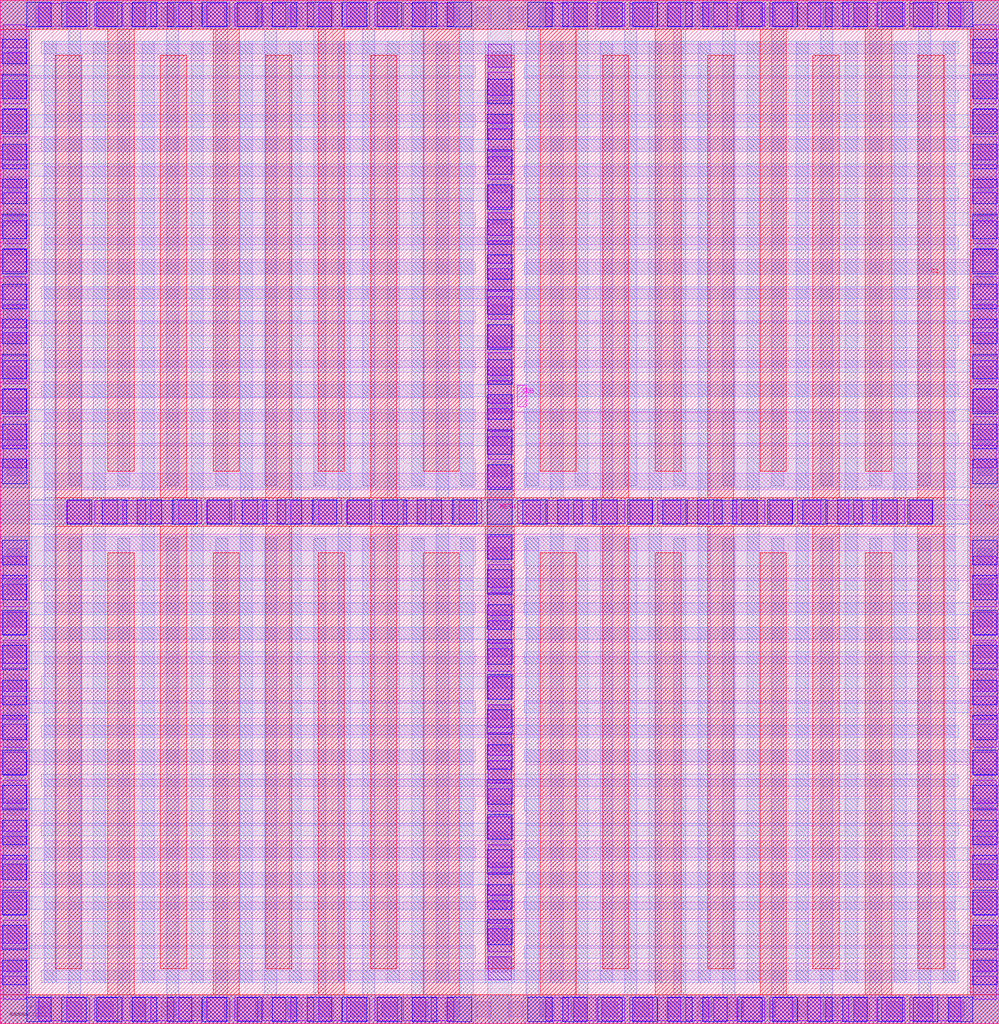
<source format=lef>
# Copyright 2020 The SkyWater PDK Authors
#
# Licensed under the Apache License, Version 2.0 (the "License");
# you may not use this file except in compliance with the License.
# You may obtain a copy of the License at
#
#     https://www.apache.org/licenses/LICENSE-2.0
#
# Unless required by applicable law or agreed to in writing, software
# distributed under the License is distributed on an "AS IS" BASIS,
# WITHOUT WARRANTIES OR CONDITIONS OF ANY KIND, either express or implied.
# See the License for the specific language governing permissions and
# limitations under the License.
#
# SPDX-License-Identifier: Apache-2.0

VERSION 5.7 ;
  NOWIREEXTENSIONATPIN ON ;
  DIVIDERCHAR "/" ;
  BUSBITCHARS "[]" ;
MACRO sky130_fd_pr__cap_vpp_11p5x11p7_l1m1m2m3_shieldm4
  CLASS BLOCK ;
  FOREIGN sky130_fd_pr__cap_vpp_11p5x11p7_l1m1m2m3_shieldm4 ;
  ORIGIN  0.000000  0.000000 ;
  SIZE  11.41000 BY  11.69000 ;
  PIN C0
    PORT
      LAYER met3 ;
        RECT  0.000000  0.000000 11.410000  0.330000 ;
        RECT  0.000000  0.330000  0.330000 11.360000 ;
        RECT  0.000000 11.360000 11.410000 11.690000 ;
        RECT  1.230000  0.330000  1.530000  5.380000 ;
        RECT  1.230000  6.310000  1.530000 11.360000 ;
        RECT  2.430000  0.330000  2.730000  5.380000 ;
        RECT  2.430000  6.310000  2.730000 11.360000 ;
        RECT  3.630000  0.330000  3.930000  5.380000 ;
        RECT  3.630000  6.310000  3.930000 11.360000 ;
        RECT  4.830000  0.330000  5.240000  5.380000 ;
        RECT  4.830000  6.310000  5.240000 11.360000 ;
        RECT  6.170000  0.330000  6.580000  5.380000 ;
        RECT  6.170000  6.310000  6.580000 11.360000 ;
        RECT  7.480000  0.330000  7.780000  5.380000 ;
        RECT  7.480000  6.310000  7.780000 11.360000 ;
        RECT  8.680000  0.330000  8.980000  5.380000 ;
        RECT  8.680000  6.310000  8.980000 11.360000 ;
        RECT  9.880000  0.330000 10.180000  5.380000 ;
        RECT  9.880000  6.310000 10.180000 11.360000 ;
        RECT 11.080000  0.330000 11.410000 11.360000 ;
    END
  END C0
  PIN C1
    PORT
      LAYER met3 ;
        RECT  0.630000 0.630000  0.930000  5.680000 ;
        RECT  0.630000 5.680000 10.780000  6.010000 ;
        RECT  0.630000 6.010000  0.930000 11.060000 ;
        RECT  1.830000 0.630000  2.130000  5.680000 ;
        RECT  1.830000 6.010000  2.130000 11.060000 ;
        RECT  3.030000 0.630000  3.330000  5.680000 ;
        RECT  3.030000 6.010000  3.330000 11.060000 ;
        RECT  4.230000 0.630000  4.530000  5.680000 ;
        RECT  4.230000 6.010000  4.530000 11.060000 ;
        RECT  5.540000 0.630000  5.870000  5.680000 ;
        RECT  5.540000 6.010000  5.870000 11.060000 ;
        RECT  6.880000 0.630000  7.180000  5.680000 ;
        RECT  6.880000 6.010000  7.180000 11.060000 ;
        RECT  8.080000 0.630000  8.380000  5.680000 ;
        RECT  8.080000 6.010000  8.380000 11.060000 ;
        RECT  9.280000 0.630000  9.580000  5.680000 ;
        RECT  9.280000 6.010000  9.580000 11.060000 ;
        RECT 10.480000 0.630000 10.780000  5.680000 ;
        RECT 10.480000 6.010000 10.780000 11.060000 ;
    END
  END C1
  PIN MET4
    PORT
      LAYER met4 ;
        RECT 0.000000 0.000000 11.410000 11.690000 ;
    END
  END MET4
  PIN SUB
    PORT
      LAYER pwell ;
        RECT 5.905000 7.045000 6.010000 7.290000 ;
    END
  END SUB
  OBS
    LAYER li1 ;
      RECT  0.000000  0.000000 11.410000  0.330000 ;
      RECT  0.000000  0.330000  0.330000  0.860000 ;
      RECT  0.000000  0.860000  5.400000  1.030000 ;
      RECT  0.000000  1.030000  0.330000  1.560000 ;
      RECT  0.000000  1.560000  5.400000  1.730000 ;
      RECT  0.000000  1.730000  0.330000  2.260000 ;
      RECT  0.000000  2.260000  5.400000  2.430000 ;
      RECT  0.000000  2.430000  0.330000  2.960000 ;
      RECT  0.000000  2.960000  5.400000  3.130000 ;
      RECT  0.000000  3.130000  0.330000  3.660000 ;
      RECT  0.000000  3.660000  5.400000  3.830000 ;
      RECT  0.000000  3.830000  0.330000  4.360000 ;
      RECT  0.000000  4.360000  5.400000  4.530000 ;
      RECT  0.000000  4.530000  0.330000  5.060000 ;
      RECT  0.000000  5.060000  5.400000  5.230000 ;
      RECT  0.000000  5.230000  0.330000  5.760000 ;
      RECT  0.000000  5.760000  5.400000  5.930000 ;
      RECT  0.000000  5.930000  0.330000  6.460000 ;
      RECT  0.000000  6.460000  5.400000  6.630000 ;
      RECT  0.000000  6.630000  0.330000  7.150000 ;
      RECT  0.000000  7.150000  5.400000  7.330000 ;
      RECT  0.000000  7.330000  0.330000  7.860000 ;
      RECT  0.000000  7.860000  5.400000  8.030000 ;
      RECT  0.000000  8.030000  0.330000  8.560000 ;
      RECT  0.000000  8.560000  5.400000  8.730000 ;
      RECT  0.000000  8.730000  0.330000  9.260000 ;
      RECT  0.000000  9.260000  5.400000  9.430000 ;
      RECT  0.000000  9.430000  0.330000  9.960000 ;
      RECT  0.000000  9.960000  5.400000 10.130000 ;
      RECT  0.000000 10.130000  0.330000 10.660000 ;
      RECT  0.000000 10.660000  5.400000 10.830000 ;
      RECT  0.000000 10.830000  0.330000 11.360000 ;
      RECT  0.000000 11.360000 11.410000 11.690000 ;
      RECT  0.500000  0.500000 10.905000  0.690000 ;
      RECT  0.500000  1.200000 10.905000  1.390000 ;
      RECT  0.500000  1.900000 10.905000  2.090000 ;
      RECT  0.500000  2.600000 10.905000  2.790000 ;
      RECT  0.500000  3.300000 10.905000  3.490000 ;
      RECT  0.500000  4.000000 10.905000  4.190000 ;
      RECT  0.500000  4.700000 10.905000  4.890000 ;
      RECT  0.500000  5.400000 10.905000  5.590000 ;
      RECT  0.500000  6.100000 10.905000  6.290000 ;
      RECT  0.500000  6.800000 10.905000  6.980000 ;
      RECT  0.500000  7.500000 10.905000  7.690000 ;
      RECT  0.500000  8.200000 10.905000  8.390000 ;
      RECT  0.500000  8.900000 10.905000  9.090000 ;
      RECT  0.500000  9.600000 10.905000  9.790000 ;
      RECT  0.500000 10.300000 10.905000 10.490000 ;
      RECT  0.500000 11.000000 10.905000 11.190000 ;
      RECT  5.570000  0.690000  5.840000  1.200000 ;
      RECT  5.570000  1.390000  5.840000  1.900000 ;
      RECT  5.570000  2.090000  5.840000  2.600000 ;
      RECT  5.570000  2.790000  5.840000  3.300000 ;
      RECT  5.570000  3.490000  5.840000  4.000000 ;
      RECT  5.570000  4.190000  5.840000  4.700000 ;
      RECT  5.570000  4.890000  5.840000  5.400000 ;
      RECT  5.570000  5.590000  5.840000  6.100000 ;
      RECT  5.570000  6.290000  5.840000  6.800000 ;
      RECT  5.570000  6.980000 10.905000  6.990000 ;
      RECT  5.570000  6.990000  5.840000  7.500000 ;
      RECT  5.570000  7.690000  5.840000  8.200000 ;
      RECT  5.570000  8.390000  5.840000  8.900000 ;
      RECT  5.570000  9.090000  5.840000  9.600000 ;
      RECT  5.570000  9.790000  5.840000 10.300000 ;
      RECT  5.570000 10.490000  5.840000 11.000000 ;
      RECT  6.010000  0.860000 11.410000  1.030000 ;
      RECT  6.010000  1.560000 11.410000  1.730000 ;
      RECT  6.010000  2.260000 11.410000  2.430000 ;
      RECT  6.010000  2.960000 11.410000  3.130000 ;
      RECT  6.010000  3.660000 11.410000  3.830000 ;
      RECT  6.010000  4.360000 11.410000  4.530000 ;
      RECT  6.010000  5.060000 11.410000  5.230000 ;
      RECT  6.010000  5.760000 11.410000  5.930000 ;
      RECT  6.010000  6.460000 11.410000  6.630000 ;
      RECT  6.010000  7.160000 11.410000  7.330000 ;
      RECT  6.010000  7.860000 11.410000  8.030000 ;
      RECT  6.010000  8.560000 11.410000  8.730000 ;
      RECT  6.010000  9.260000 11.410000  9.430000 ;
      RECT  6.010000  9.960000 11.410000 10.130000 ;
      RECT  6.010000 10.660000 11.410000 10.830000 ;
      RECT 11.080000  0.330000 11.410000  0.860000 ;
      RECT 11.080000  1.030000 11.410000  1.560000 ;
      RECT 11.080000  1.730000 11.410000  2.260000 ;
      RECT 11.080000  2.430000 11.410000  2.960000 ;
      RECT 11.080000  3.130000 11.410000  3.660000 ;
      RECT 11.080000  3.830000 11.410000  4.360000 ;
      RECT 11.080000  4.530000 11.410000  5.060000 ;
      RECT 11.080000  5.230000 11.410000  5.760000 ;
      RECT 11.080000  5.930000 11.410000  6.460000 ;
      RECT 11.080000  6.630000 11.410000  7.160000 ;
      RECT 11.080000  7.330000 11.410000  7.860000 ;
      RECT 11.080000  8.030000 11.410000  8.560000 ;
      RECT 11.080000  8.730000 11.410000  9.260000 ;
      RECT 11.080000  9.430000 11.410000  9.960000 ;
      RECT 11.080000 10.130000 11.410000 10.660000 ;
      RECT 11.080000 10.830000 11.410000 11.360000 ;
    LAYER mcon ;
      RECT  0.080000  0.580000  0.250000  0.750000 ;
      RECT  0.080000  0.940000  0.250000  1.110000 ;
      RECT  0.080000  1.300000  0.250000  1.470000 ;
      RECT  0.080000  1.660000  0.250000  1.830000 ;
      RECT  0.080000  2.020000  0.250000  2.190000 ;
      RECT  0.080000  2.380000  0.250000  2.550000 ;
      RECT  0.080000  2.740000  0.250000  2.910000 ;
      RECT  0.080000  3.100000  0.250000  3.270000 ;
      RECT  0.080000  3.460000  0.250000  3.630000 ;
      RECT  0.080000  3.820000  0.250000  3.990000 ;
      RECT  0.080000  4.180000  0.250000  4.350000 ;
      RECT  0.080000  4.540000  0.250000  4.710000 ;
      RECT  0.080000  4.900000  0.250000  5.070000 ;
      RECT  0.080000  5.260000  0.250000  5.430000 ;
      RECT  0.080000  6.260000  0.250000  6.430000 ;
      RECT  0.080000  6.620000  0.250000  6.790000 ;
      RECT  0.080000  6.980000  0.250000  7.150000 ;
      RECT  0.080000  7.340000  0.250000  7.510000 ;
      RECT  0.080000  7.700000  0.250000  7.870000 ;
      RECT  0.080000  8.060000  0.250000  8.230000 ;
      RECT  0.080000  8.420000  0.250000  8.590000 ;
      RECT  0.080000  8.780000  0.250000  8.950000 ;
      RECT  0.080000  9.140000  0.250000  9.310000 ;
      RECT  0.080000  9.500000  0.250000  9.670000 ;
      RECT  0.080000  9.860000  0.250000 10.030000 ;
      RECT  0.080000 10.220000  0.250000 10.390000 ;
      RECT  0.080000 10.580000  0.250000 10.750000 ;
      RECT  0.080000 10.940000  0.250000 11.110000 ;
      RECT  0.400000  0.080000  0.570000  0.250000 ;
      RECT  0.400000 11.440000  0.570000 11.610000 ;
      RECT  0.760000  0.080000  0.930000  0.250000 ;
      RECT  0.760000 11.440000  0.930000 11.610000 ;
      RECT  1.120000  0.080000  1.290000  0.250000 ;
      RECT  1.120000 11.440000  1.290000 11.610000 ;
      RECT  1.480000  0.080000  1.650000  0.250000 ;
      RECT  1.480000 11.440000  1.650000 11.610000 ;
      RECT  1.840000  0.080000  2.010000  0.250000 ;
      RECT  1.840000 11.440000  2.010000 11.610000 ;
      RECT  2.200000  0.080000  2.370000  0.250000 ;
      RECT  2.200000 11.440000  2.370000 11.610000 ;
      RECT  2.560000  0.080000  2.730000  0.250000 ;
      RECT  2.560000 11.440000  2.730000 11.610000 ;
      RECT  2.920000  0.080000  3.090000  0.250000 ;
      RECT  2.920000 11.440000  3.090000 11.610000 ;
      RECT  3.280000  0.080000  3.450000  0.250000 ;
      RECT  3.280000 11.440000  3.450000 11.610000 ;
      RECT  3.640000  0.080000  3.810000  0.250000 ;
      RECT  3.640000 11.440000  3.810000 11.610000 ;
      RECT  4.000000  0.080000  4.170000  0.250000 ;
      RECT  4.000000 11.440000  4.170000 11.610000 ;
      RECT  4.360000  0.080000  4.530000  0.250000 ;
      RECT  4.360000 11.440000  4.530000 11.610000 ;
      RECT  4.720000  0.080000  4.890000  0.250000 ;
      RECT  4.720000 11.440000  4.890000 11.610000 ;
      RECT  5.080000  0.080000  5.250000  0.250000 ;
      RECT  5.080000 11.440000  5.250000 11.610000 ;
      RECT  5.440000  0.080000  5.610000  0.250000 ;
      RECT  5.440000 11.440000  5.610000 11.610000 ;
      RECT  5.620000  0.590000  5.790000  0.760000 ;
      RECT  5.620000  0.950000  5.790000  1.120000 ;
      RECT  5.620000  1.310000  5.790000  1.480000 ;
      RECT  5.620000  1.670000  5.790000  1.840000 ;
      RECT  5.620000  2.030000  5.790000  2.200000 ;
      RECT  5.620000  2.390000  5.790000  2.560000 ;
      RECT  5.620000  2.750000  5.790000  2.920000 ;
      RECT  5.620000  3.110000  5.790000  3.280000 ;
      RECT  5.620000  3.470000  5.790000  3.640000 ;
      RECT  5.620000  3.830000  5.790000  4.000000 ;
      RECT  5.620000  4.190000  5.790000  4.360000 ;
      RECT  5.620000  4.550000  5.790000  4.720000 ;
      RECT  5.620000  4.910000  5.790000  5.080000 ;
      RECT  5.620000  5.270000  5.790000  5.440000 ;
      RECT  5.620000  6.250000  5.790000  6.420000 ;
      RECT  5.620000  6.610000  5.790000  6.780000 ;
      RECT  5.620000  6.970000  5.790000  7.140000 ;
      RECT  5.620000  7.330000  5.790000  7.500000 ;
      RECT  5.620000  7.690000  5.790000  7.860000 ;
      RECT  5.620000  8.050000  5.790000  8.220000 ;
      RECT  5.620000  8.410000  5.790000  8.580000 ;
      RECT  5.620000  8.770000  5.790000  8.940000 ;
      RECT  5.620000  9.130000  5.790000  9.300000 ;
      RECT  5.620000  9.490000  5.790000  9.660000 ;
      RECT  5.620000  9.850000  5.790000 10.020000 ;
      RECT  5.620000 10.210000  5.790000 10.380000 ;
      RECT  5.620000 10.570000  5.790000 10.740000 ;
      RECT  5.620000 10.930000  5.790000 11.100000 ;
      RECT  5.800000  0.080000  5.970000  0.250000 ;
      RECT  5.800000 11.440000  5.970000 11.610000 ;
      RECT  6.160000  0.080000  6.330000  0.250000 ;
      RECT  6.160000 11.440000  6.330000 11.610000 ;
      RECT  6.520000  0.080000  6.690000  0.250000 ;
      RECT  6.520000 11.440000  6.690000 11.610000 ;
      RECT  6.880000  0.080000  7.050000  0.250000 ;
      RECT  6.880000 11.440000  7.050000 11.610000 ;
      RECT  7.240000  0.080000  7.410000  0.250000 ;
      RECT  7.240000 11.440000  7.410000 11.610000 ;
      RECT  7.600000  0.080000  7.770000  0.250000 ;
      RECT  7.600000 11.440000  7.770000 11.610000 ;
      RECT  7.960000  0.080000  8.130000  0.250000 ;
      RECT  7.960000 11.440000  8.130000 11.610000 ;
      RECT  8.320000  0.080000  8.490000  0.250000 ;
      RECT  8.320000 11.440000  8.490000 11.610000 ;
      RECT  8.680000  0.080000  8.850000  0.250000 ;
      RECT  8.680000 11.440000  8.850000 11.610000 ;
      RECT  9.040000  0.080000  9.210000  0.250000 ;
      RECT  9.040000 11.440000  9.210000 11.610000 ;
      RECT  9.400000  0.080000  9.570000  0.250000 ;
      RECT  9.400000 11.440000  9.570000 11.610000 ;
      RECT  9.760000  0.080000  9.930000  0.250000 ;
      RECT  9.760000 11.440000  9.930000 11.610000 ;
      RECT 10.120000  0.080000 10.290000  0.250000 ;
      RECT 10.120000 11.440000 10.290000 11.610000 ;
      RECT 10.480000  0.080000 10.650000  0.250000 ;
      RECT 10.480000 11.440000 10.650000 11.610000 ;
      RECT 10.840000  0.080000 11.010000  0.250000 ;
      RECT 10.840000 11.440000 11.010000 11.610000 ;
      RECT 11.160000  0.580000 11.330000  0.750000 ;
      RECT 11.160000  0.940000 11.330000  1.110000 ;
      RECT 11.160000  1.300000 11.330000  1.470000 ;
      RECT 11.160000  1.660000 11.330000  1.830000 ;
      RECT 11.160000  2.020000 11.330000  2.190000 ;
      RECT 11.160000  2.380000 11.330000  2.550000 ;
      RECT 11.160000  2.740000 11.330000  2.910000 ;
      RECT 11.160000  3.100000 11.330000  3.270000 ;
      RECT 11.160000  3.460000 11.330000  3.630000 ;
      RECT 11.160000  3.820000 11.330000  3.990000 ;
      RECT 11.160000  4.180000 11.330000  4.350000 ;
      RECT 11.160000  4.540000 11.330000  4.710000 ;
      RECT 11.160000  4.900000 11.330000  5.070000 ;
      RECT 11.160000  5.260000 11.330000  5.430000 ;
      RECT 11.160000  6.260000 11.330000  6.430000 ;
      RECT 11.160000  6.620000 11.330000  6.790000 ;
      RECT 11.160000  6.980000 11.330000  7.150000 ;
      RECT 11.160000  7.340000 11.330000  7.510000 ;
      RECT 11.160000  7.700000 11.330000  7.870000 ;
      RECT 11.160000  8.060000 11.330000  8.230000 ;
      RECT 11.160000  8.420000 11.330000  8.590000 ;
      RECT 11.160000  8.780000 11.330000  8.950000 ;
      RECT 11.160000  9.140000 11.330000  9.310000 ;
      RECT 11.160000  9.500000 11.330000  9.670000 ;
      RECT 11.160000  9.860000 11.330000 10.030000 ;
      RECT 11.160000 10.220000 11.330000 10.390000 ;
      RECT 11.160000 10.580000 11.330000 10.750000 ;
      RECT 11.160000 10.940000 11.330000 11.110000 ;
    LAYER met1 ;
      RECT  0.000000  0.000000 11.410000  0.330000 ;
      RECT  0.000000  0.330000  0.360000 11.360000 ;
      RECT  0.000000 11.360000 11.410000 11.690000 ;
      RECT  0.500000  0.470000  0.640000  5.685000 ;
      RECT  0.500000  5.685000 10.910000  6.005000 ;
      RECT  0.500000  6.005000  0.640000 11.220000 ;
      RECT  0.780000  0.330000  0.920000  5.545000 ;
      RECT  0.780000  6.145000  0.920000 11.360000 ;
      RECT  1.060000  0.470000  1.200000  5.685000 ;
      RECT  1.060000  6.005000  1.200000 11.220000 ;
      RECT  1.340000  0.330000  1.480000  5.545000 ;
      RECT  1.340000  6.145000  1.480000 11.360000 ;
      RECT  1.620000  0.470000  1.760000  5.685000 ;
      RECT  1.620000  6.005000  1.760000 11.220000 ;
      RECT  1.900000  0.330000  2.040000  5.545000 ;
      RECT  1.900000  6.145000  2.040000 11.360000 ;
      RECT  2.180000  0.470000  2.320000  5.685000 ;
      RECT  2.180000  6.005000  2.320000 11.220000 ;
      RECT  2.460000  0.330000  2.600000  5.545000 ;
      RECT  2.460000  6.145000  2.600000 11.360000 ;
      RECT  2.740000  0.470000  2.880000  5.685000 ;
      RECT  2.740000  6.005000  2.880000 11.220000 ;
      RECT  3.020000  0.330000  3.160000  5.545000 ;
      RECT  3.020000  6.145000  3.160000 11.360000 ;
      RECT  3.300000  0.470000  3.440000  5.685000 ;
      RECT  3.300000  6.005000  3.440000 11.220000 ;
      RECT  3.580000  0.330000  3.720000  5.545000 ;
      RECT  3.580000  6.145000  3.720000 11.360000 ;
      RECT  3.860000  0.470000  4.000000  5.685000 ;
      RECT  3.860000  6.005000  4.000000 11.220000 ;
      RECT  4.140000  0.330000  4.280000  5.545000 ;
      RECT  4.140000  6.145000  4.280000 11.360000 ;
      RECT  4.420000  0.470000  4.560000  5.685000 ;
      RECT  4.420000  6.005000  4.560000 11.220000 ;
      RECT  4.700000  0.330000  4.840000  5.545000 ;
      RECT  4.700000  6.145000  4.840000 11.360000 ;
      RECT  4.980000  0.470000  5.120000  5.685000 ;
      RECT  4.980000  6.005000  5.120000 11.220000 ;
      RECT  5.260000  0.330000  5.400000  5.545000 ;
      RECT  5.260000  6.145000  5.400000 11.360000 ;
      RECT  5.540000  0.470000  5.870000  5.685000 ;
      RECT  5.540000  6.005000  5.870000 11.220000 ;
      RECT  6.010000  0.330000  6.150000  5.545000 ;
      RECT  6.010000  6.145000  6.150000 11.360000 ;
      RECT  6.290000  0.470000  6.430000  5.685000 ;
      RECT  6.290000  6.005000  6.430000 11.220000 ;
      RECT  6.570000  0.330000  6.710000  5.545000 ;
      RECT  6.570000  6.145000  6.710000 11.360000 ;
      RECT  6.850000  0.470000  6.990000  5.685000 ;
      RECT  6.850000  6.005000  6.990000 11.220000 ;
      RECT  7.130000  0.330000  7.270000  5.545000 ;
      RECT  7.130000  6.145000  7.270000 11.360000 ;
      RECT  7.410000  0.470000  7.550000  5.685000 ;
      RECT  7.410000  6.005000  7.550000 11.220000 ;
      RECT  7.690000  0.330000  7.830000  5.545000 ;
      RECT  7.690000  6.145000  7.830000 11.360000 ;
      RECT  7.970000  0.470000  8.110000  5.685000 ;
      RECT  7.970000  6.005000  8.110000 11.220000 ;
      RECT  8.250000  0.330000  8.390000  5.545000 ;
      RECT  8.250000  6.145000  8.390000 11.360000 ;
      RECT  8.530000  0.470000  8.670000  5.685000 ;
      RECT  8.530000  6.005000  8.670000 11.220000 ;
      RECT  8.810000  0.330000  8.950000  5.545000 ;
      RECT  8.810000  6.145000  8.950000 11.360000 ;
      RECT  9.090000  0.470000  9.230000  5.685000 ;
      RECT  9.090000  6.005000  9.230000 11.220000 ;
      RECT  9.370000  0.330000  9.510000  5.545000 ;
      RECT  9.370000  6.145000  9.510000 11.360000 ;
      RECT  9.650000  0.470000  9.790000  5.685000 ;
      RECT  9.650000  6.005000  9.790000 11.220000 ;
      RECT  9.930000  0.330000 10.070000  5.545000 ;
      RECT  9.930000  6.145000 10.070000 11.360000 ;
      RECT 10.210000  0.470000 10.350000  5.685000 ;
      RECT 10.210000  6.005000 10.350000 11.220000 ;
      RECT 10.490000  0.330000 10.630000  5.545000 ;
      RECT 10.490000  6.145000 10.630000 11.360000 ;
      RECT 10.770000  0.470000 10.910000  5.685000 ;
      RECT 10.770000  6.005000 10.910000 11.220000 ;
      RECT 11.050000  0.330000 11.410000 11.360000 ;
    LAYER met2 ;
      RECT  0.000000  0.000000  5.430000  0.330000 ;
      RECT  0.000000  0.330000  0.330000  0.750000 ;
      RECT  0.000000  0.750000  5.425000  0.890000 ;
      RECT  0.000000  0.890000  0.330000  1.310000 ;
      RECT  0.000000  1.310000  5.425000  1.450000 ;
      RECT  0.000000  1.450000  0.330000  1.870000 ;
      RECT  0.000000  1.870000  5.425000  2.010000 ;
      RECT  0.000000  2.010000  0.330000  2.430000 ;
      RECT  0.000000  2.430000  5.425000  2.570000 ;
      RECT  0.000000  2.570000  0.330000  2.990000 ;
      RECT  0.000000  2.990000  5.425000  3.130000 ;
      RECT  0.000000  3.130000  0.330000  3.550000 ;
      RECT  0.000000  3.550000  5.425000  3.690000 ;
      RECT  0.000000  3.690000  0.330000  4.110000 ;
      RECT  0.000000  4.110000  5.425000  4.250000 ;
      RECT  0.000000  4.250000  0.330000  4.670000 ;
      RECT  0.000000  4.670000  5.425000  4.810000 ;
      RECT  0.000000  4.810000  0.330000  5.230000 ;
      RECT  0.000000  5.230000  5.425000  5.565000 ;
      RECT  0.000000  5.565000  0.330000  5.570000 ;
      RECT  0.000000  5.710000 11.410000  5.980000 ;
      RECT  0.000000  6.120000  0.330000  6.125000 ;
      RECT  0.000000  6.125000  5.425000  6.460000 ;
      RECT  0.000000  6.460000  0.330000  6.880000 ;
      RECT  0.000000  6.880000  5.425000  7.020000 ;
      RECT  0.000000  7.020000  0.330000  7.440000 ;
      RECT  0.000000  7.440000  5.425000  7.580000 ;
      RECT  0.000000  7.580000  0.330000  8.000000 ;
      RECT  0.000000  8.000000  5.425000  8.140000 ;
      RECT  0.000000  8.140000  0.330000  8.560000 ;
      RECT  0.000000  8.560000  5.425000  8.700000 ;
      RECT  0.000000  8.700000  0.330000  9.120000 ;
      RECT  0.000000  9.120000  5.425000  9.260000 ;
      RECT  0.000000  9.260000  0.330000  9.680000 ;
      RECT  0.000000  9.680000  5.425000  9.820000 ;
      RECT  0.000000  9.820000  0.330000 10.240000 ;
      RECT  0.000000 10.240000  5.425000 10.380000 ;
      RECT  0.000000 10.380000  0.330000 10.800000 ;
      RECT  0.000000 10.800000  5.425000 10.940000 ;
      RECT  0.000000 10.940000  0.330000 11.360000 ;
      RECT  0.000000 11.360000  5.430000 11.690000 ;
      RECT  0.370000  5.705000 11.040000  5.710000 ;
      RECT  0.370000  5.980000 11.040000  5.985000 ;
      RECT  0.470000  0.470000 10.940000  0.610000 ;
      RECT  0.470000  1.030000 10.940000  1.170000 ;
      RECT  0.470000  1.590000 10.940000  1.730000 ;
      RECT  0.470000  2.150000 10.940000  2.290000 ;
      RECT  0.470000  2.710000 10.940000  2.850000 ;
      RECT  0.470000  3.270000 10.940000  3.410000 ;
      RECT  0.470000  3.830000 10.940000  3.970000 ;
      RECT  0.470000  4.390000 10.940000  4.530000 ;
      RECT  0.470000  4.950000 10.940000  5.090000 ;
      RECT  0.470000  6.600000 10.940000  6.740000 ;
      RECT  0.470000  7.160000 10.940000  7.300000 ;
      RECT  0.470000  7.720000 10.940000  7.860000 ;
      RECT  0.470000  8.280000 10.940000  8.420000 ;
      RECT  0.470000  8.840000 10.940000  8.980000 ;
      RECT  0.470000  9.400000 10.940000  9.540000 ;
      RECT  0.470000  9.960000 10.940000 10.100000 ;
      RECT  0.470000 10.520000 10.940000 10.660000 ;
      RECT  0.470000 11.080000 10.940000 11.220000 ;
      RECT  5.565000  0.610000  5.845000  1.030000 ;
      RECT  5.565000  1.170000  5.845000  1.590000 ;
      RECT  5.565000  1.730000  5.845000  2.150000 ;
      RECT  5.565000  2.290000  5.845000  2.710000 ;
      RECT  5.565000  2.850000  5.845000  3.270000 ;
      RECT  5.565000  3.410000  5.845000  3.830000 ;
      RECT  5.565000  3.970000  5.845000  4.390000 ;
      RECT  5.565000  4.530000  5.845000  4.950000 ;
      RECT  5.565000  5.090000  5.845000  5.705000 ;
      RECT  5.565000  5.985000  5.845000  6.600000 ;
      RECT  5.565000  6.740000  5.845000  7.160000 ;
      RECT  5.565000  7.300000  5.845000  7.720000 ;
      RECT  5.565000  7.860000  5.845000  8.280000 ;
      RECT  5.565000  8.420000  5.845000  8.840000 ;
      RECT  5.565000  8.980000  5.845000  9.400000 ;
      RECT  5.565000  9.540000  5.845000  9.960000 ;
      RECT  5.565000 10.100000  5.845000 10.520000 ;
      RECT  5.565000 10.660000  5.845000 11.080000 ;
      RECT  5.570000  0.000000  5.840000  0.470000 ;
      RECT  5.570000 11.220000  5.840000 11.690000 ;
      RECT  5.980000  0.000000 11.410000  0.330000 ;
      RECT  5.980000 11.360000 11.410000 11.690000 ;
      RECT  5.985000  0.750000 11.410000  0.890000 ;
      RECT  5.985000  1.310000 11.410000  1.450000 ;
      RECT  5.985000  1.870000 11.410000  2.010000 ;
      RECT  5.985000  2.430000 11.410000  2.570000 ;
      RECT  5.985000  2.990000 11.410000  3.130000 ;
      RECT  5.985000  3.550000 11.410000  3.690000 ;
      RECT  5.985000  4.110000 11.410000  4.250000 ;
      RECT  5.985000  4.670000 11.410000  4.810000 ;
      RECT  5.985000  5.230000 11.410000  5.565000 ;
      RECT  5.985000  6.125000 11.410000  6.460000 ;
      RECT  5.985000  6.880000 11.410000  7.020000 ;
      RECT  5.985000  7.440000 11.410000  7.580000 ;
      RECT  5.985000  8.000000 11.410000  8.140000 ;
      RECT  5.985000  8.560000 11.410000  8.700000 ;
      RECT  5.985000  9.120000 11.410000  9.260000 ;
      RECT  5.985000  9.680000 11.410000  9.820000 ;
      RECT  5.985000 10.240000 11.410000 10.380000 ;
      RECT  5.985000 10.800000 11.410000 10.940000 ;
      RECT 11.080000  0.330000 11.410000  0.750000 ;
      RECT 11.080000  0.890000 11.410000  1.310000 ;
      RECT 11.080000  1.450000 11.410000  1.870000 ;
      RECT 11.080000  2.010000 11.410000  2.430000 ;
      RECT 11.080000  2.570000 11.410000  2.990000 ;
      RECT 11.080000  3.130000 11.410000  3.550000 ;
      RECT 11.080000  3.690000 11.410000  4.110000 ;
      RECT 11.080000  4.250000 11.410000  4.670000 ;
      RECT 11.080000  4.810000 11.410000  5.230000 ;
      RECT 11.080000  5.565000 11.410000  5.570000 ;
      RECT 11.080000  6.120000 11.410000  6.125000 ;
      RECT 11.080000  6.460000 11.410000  6.880000 ;
      RECT 11.080000  7.020000 11.410000  7.440000 ;
      RECT 11.080000  7.580000 11.410000  8.000000 ;
      RECT 11.080000  8.140000 11.410000  8.560000 ;
      RECT 11.080000  8.700000 11.410000  9.120000 ;
      RECT 11.080000  9.260000 11.410000  9.680000 ;
      RECT 11.080000  9.820000 11.410000 10.240000 ;
      RECT 11.080000 10.380000 11.410000 10.800000 ;
      RECT 11.080000 10.940000 11.410000 11.360000 ;
    LAYER via ;
      RECT  0.035000  0.280000  0.295000  0.540000 ;
      RECT  0.035000  0.600000  0.295000  0.860000 ;
      RECT  0.035000  0.920000  0.295000  1.180000 ;
      RECT  0.035000  1.240000  0.295000  1.500000 ;
      RECT  0.035000  1.560000  0.295000  1.820000 ;
      RECT  0.035000  1.880000  0.295000  2.140000 ;
      RECT  0.035000  2.200000  0.295000  2.460000 ;
      RECT  0.035000  2.520000  0.295000  2.780000 ;
      RECT  0.035000  2.840000  0.295000  3.100000 ;
      RECT  0.035000  3.160000  0.295000  3.420000 ;
      RECT  0.035000  3.480000  0.295000  3.740000 ;
      RECT  0.035000  3.800000  0.295000  4.060000 ;
      RECT  0.035000  4.120000  0.295000  4.380000 ;
      RECT  0.035000  4.440000  0.295000  4.700000 ;
      RECT  0.035000  4.760000  0.295000  5.020000 ;
      RECT  0.035000  5.080000  0.295000  5.340000 ;
      RECT  0.035000  6.350000  0.295000  6.610000 ;
      RECT  0.035000  6.670000  0.295000  6.930000 ;
      RECT  0.035000  6.990000  0.295000  7.250000 ;
      RECT  0.035000  7.310000  0.295000  7.570000 ;
      RECT  0.035000  7.630000  0.295000  7.890000 ;
      RECT  0.035000  7.950000  0.295000  8.210000 ;
      RECT  0.035000  8.270000  0.295000  8.530000 ;
      RECT  0.035000  8.590000  0.295000  8.850000 ;
      RECT  0.035000  8.910000  0.295000  9.170000 ;
      RECT  0.035000  9.230000  0.295000  9.490000 ;
      RECT  0.035000  9.550000  0.295000  9.810000 ;
      RECT  0.035000  9.870000  0.295000 10.130000 ;
      RECT  0.035000 10.190000  0.295000 10.450000 ;
      RECT  0.035000 10.510000  0.295000 10.770000 ;
      RECT  0.035000 10.830000  0.295000 11.090000 ;
      RECT  0.035000 11.150000  0.295000 11.410000 ;
      RECT  0.440000  0.035000  0.700000  0.295000 ;
      RECT  0.440000 11.395000  0.700000 11.655000 ;
      RECT  0.760000  0.035000  1.020000  0.295000 ;
      RECT  0.760000  5.715000  1.020000  5.975000 ;
      RECT  0.760000 11.395000  1.020000 11.655000 ;
      RECT  1.080000  0.035000  1.340000  0.295000 ;
      RECT  1.080000  5.715000  1.340000  5.975000 ;
      RECT  1.080000 11.395000  1.340000 11.655000 ;
      RECT  1.400000  0.035000  1.660000  0.295000 ;
      RECT  1.400000  5.715000  1.660000  5.975000 ;
      RECT  1.400000 11.395000  1.660000 11.655000 ;
      RECT  1.720000  0.035000  1.980000  0.295000 ;
      RECT  1.720000  5.715000  1.980000  5.975000 ;
      RECT  1.720000 11.395000  1.980000 11.655000 ;
      RECT  2.040000  0.035000  2.300000  0.295000 ;
      RECT  2.040000  5.715000  2.300000  5.975000 ;
      RECT  2.040000 11.395000  2.300000 11.655000 ;
      RECT  2.360000  0.035000  2.620000  0.295000 ;
      RECT  2.360000  5.715000  2.620000  5.975000 ;
      RECT  2.360000 11.395000  2.620000 11.655000 ;
      RECT  2.680000  0.035000  2.940000  0.295000 ;
      RECT  2.680000  5.715000  2.940000  5.975000 ;
      RECT  2.680000 11.395000  2.940000 11.655000 ;
      RECT  3.000000  0.035000  3.260000  0.295000 ;
      RECT  3.000000  5.715000  3.260000  5.975000 ;
      RECT  3.000000 11.395000  3.260000 11.655000 ;
      RECT  3.320000  0.035000  3.580000  0.295000 ;
      RECT  3.320000  5.715000  3.580000  5.975000 ;
      RECT  3.320000 11.395000  3.580000 11.655000 ;
      RECT  3.640000  0.035000  3.900000  0.295000 ;
      RECT  3.640000  5.715000  3.900000  5.975000 ;
      RECT  3.640000 11.395000  3.900000 11.655000 ;
      RECT  3.960000  0.035000  4.220000  0.295000 ;
      RECT  3.960000  5.715000  4.220000  5.975000 ;
      RECT  3.960000 11.395000  4.220000 11.655000 ;
      RECT  4.280000  0.035000  4.540000  0.295000 ;
      RECT  4.280000  5.715000  4.540000  5.975000 ;
      RECT  4.280000 11.395000  4.540000 11.655000 ;
      RECT  4.600000  0.035000  4.860000  0.295000 ;
      RECT  4.600000  5.715000  4.860000  5.975000 ;
      RECT  4.600000 11.395000  4.860000 11.655000 ;
      RECT  4.920000  0.035000  5.180000  0.295000 ;
      RECT  4.920000  5.715000  5.180000  5.975000 ;
      RECT  4.920000 11.395000  5.180000 11.655000 ;
      RECT  5.240000  5.715000  5.500000  5.975000 ;
      RECT  5.575000  0.505000  5.835000  0.765000 ;
      RECT  5.575000  0.825000  5.835000  1.085000 ;
      RECT  5.575000  1.145000  5.835000  1.405000 ;
      RECT  5.575000  1.465000  5.835000  1.725000 ;
      RECT  5.575000  1.785000  5.835000  2.045000 ;
      RECT  5.575000  2.105000  5.835000  2.365000 ;
      RECT  5.575000  2.425000  5.835000  2.685000 ;
      RECT  5.575000  2.745000  5.835000  3.005000 ;
      RECT  5.575000  3.065000  5.835000  3.325000 ;
      RECT  5.575000  3.385000  5.835000  3.645000 ;
      RECT  5.575000  3.705000  5.835000  3.965000 ;
      RECT  5.575000  4.025000  5.835000  4.285000 ;
      RECT  5.575000  4.345000  5.835000  4.605000 ;
      RECT  5.575000  4.665000  5.835000  4.925000 ;
      RECT  5.575000  4.985000  5.835000  5.245000 ;
      RECT  5.575000  5.305000  5.835000  5.565000 ;
      RECT  5.575000  6.125000  5.835000  6.385000 ;
      RECT  5.575000  6.445000  5.835000  6.705000 ;
      RECT  5.575000  6.765000  5.835000  7.025000 ;
      RECT  5.575000  7.085000  5.835000  7.345000 ;
      RECT  5.575000  7.405000  5.835000  7.665000 ;
      RECT  5.575000  7.725000  5.835000  7.985000 ;
      RECT  5.575000  8.045000  5.835000  8.305000 ;
      RECT  5.575000  8.365000  5.835000  8.625000 ;
      RECT  5.575000  8.685000  5.835000  8.945000 ;
      RECT  5.575000  9.005000  5.835000  9.265000 ;
      RECT  5.575000  9.325000  5.835000  9.585000 ;
      RECT  5.575000  9.645000  5.835000  9.905000 ;
      RECT  5.575000  9.965000  5.835000 10.225000 ;
      RECT  5.575000 10.285000  5.835000 10.545000 ;
      RECT  5.575000 10.605000  5.835000 10.865000 ;
      RECT  5.575000 10.925000  5.835000 11.185000 ;
      RECT  5.910000  5.715000  6.170000  5.975000 ;
      RECT  6.230000  0.035000  6.490000  0.295000 ;
      RECT  6.230000  5.715000  6.490000  5.975000 ;
      RECT  6.230000 11.395000  6.490000 11.655000 ;
      RECT  6.550000  0.035000  6.810000  0.295000 ;
      RECT  6.550000  5.715000  6.810000  5.975000 ;
      RECT  6.550000 11.395000  6.810000 11.655000 ;
      RECT  6.870000  0.035000  7.130000  0.295000 ;
      RECT  6.870000  5.715000  7.130000  5.975000 ;
      RECT  6.870000 11.395000  7.130000 11.655000 ;
      RECT  7.190000  0.035000  7.450000  0.295000 ;
      RECT  7.190000  5.715000  7.450000  5.975000 ;
      RECT  7.190000 11.395000  7.450000 11.655000 ;
      RECT  7.510000  0.035000  7.770000  0.295000 ;
      RECT  7.510000  5.715000  7.770000  5.975000 ;
      RECT  7.510000 11.395000  7.770000 11.655000 ;
      RECT  7.830000  0.035000  8.090000  0.295000 ;
      RECT  7.830000  5.715000  8.090000  5.975000 ;
      RECT  7.830000 11.395000  8.090000 11.655000 ;
      RECT  8.150000  0.035000  8.410000  0.295000 ;
      RECT  8.150000  5.715000  8.410000  5.975000 ;
      RECT  8.150000 11.395000  8.410000 11.655000 ;
      RECT  8.470000  0.035000  8.730000  0.295000 ;
      RECT  8.470000  5.715000  8.730000  5.975000 ;
      RECT  8.470000 11.395000  8.730000 11.655000 ;
      RECT  8.790000  0.035000  9.050000  0.295000 ;
      RECT  8.790000  5.715000  9.050000  5.975000 ;
      RECT  8.790000 11.395000  9.050000 11.655000 ;
      RECT  9.110000  0.035000  9.370000  0.295000 ;
      RECT  9.110000  5.715000  9.370000  5.975000 ;
      RECT  9.110000 11.395000  9.370000 11.655000 ;
      RECT  9.430000  0.035000  9.690000  0.295000 ;
      RECT  9.430000  5.715000  9.690000  5.975000 ;
      RECT  9.430000 11.395000  9.690000 11.655000 ;
      RECT  9.750000  0.035000 10.010000  0.295000 ;
      RECT  9.750000  5.715000 10.010000  5.975000 ;
      RECT  9.750000 11.395000 10.010000 11.655000 ;
      RECT 10.070000  0.035000 10.330000  0.295000 ;
      RECT 10.070000  5.715000 10.330000  5.975000 ;
      RECT 10.070000 11.395000 10.330000 11.655000 ;
      RECT 10.390000  0.035000 10.650000  0.295000 ;
      RECT 10.390000  5.715000 10.650000  5.975000 ;
      RECT 10.390000 11.395000 10.650000 11.655000 ;
      RECT 10.710000  0.035000 10.970000  0.295000 ;
      RECT 10.710000 11.395000 10.970000 11.655000 ;
      RECT 11.115000  0.280000 11.375000  0.540000 ;
      RECT 11.115000  0.600000 11.375000  0.860000 ;
      RECT 11.115000  0.920000 11.375000  1.180000 ;
      RECT 11.115000  1.240000 11.375000  1.500000 ;
      RECT 11.115000  1.560000 11.375000  1.820000 ;
      RECT 11.115000  1.880000 11.375000  2.140000 ;
      RECT 11.115000  2.200000 11.375000  2.460000 ;
      RECT 11.115000  2.520000 11.375000  2.780000 ;
      RECT 11.115000  2.840000 11.375000  3.100000 ;
      RECT 11.115000  3.160000 11.375000  3.420000 ;
      RECT 11.115000  3.480000 11.375000  3.740000 ;
      RECT 11.115000  3.800000 11.375000  4.060000 ;
      RECT 11.115000  4.120000 11.375000  4.380000 ;
      RECT 11.115000  4.440000 11.375000  4.700000 ;
      RECT 11.115000  4.760000 11.375000  5.020000 ;
      RECT 11.115000  5.080000 11.375000  5.340000 ;
      RECT 11.115000  6.350000 11.375000  6.610000 ;
      RECT 11.115000  6.670000 11.375000  6.930000 ;
      RECT 11.115000  6.990000 11.375000  7.250000 ;
      RECT 11.115000  7.310000 11.375000  7.570000 ;
      RECT 11.115000  7.630000 11.375000  7.890000 ;
      RECT 11.115000  7.950000 11.375000  8.210000 ;
      RECT 11.115000  8.270000 11.375000  8.530000 ;
      RECT 11.115000  8.590000 11.375000  8.850000 ;
      RECT 11.115000  8.910000 11.375000  9.170000 ;
      RECT 11.115000  9.230000 11.375000  9.490000 ;
      RECT 11.115000  9.550000 11.375000  9.810000 ;
      RECT 11.115000  9.870000 11.375000 10.130000 ;
      RECT 11.115000 10.190000 11.375000 10.450000 ;
      RECT 11.115000 10.510000 11.375000 10.770000 ;
      RECT 11.115000 10.830000 11.375000 11.090000 ;
      RECT 11.115000 11.150000 11.375000 11.410000 ;
    LAYER via2 ;
      RECT  0.025000  0.445000  0.305000  0.725000 ;
      RECT  0.025000  0.845000  0.305000  1.125000 ;
      RECT  0.025000  1.245000  0.305000  1.525000 ;
      RECT  0.025000  1.645000  0.305000  1.925000 ;
      RECT  0.025000  2.045000  0.305000  2.325000 ;
      RECT  0.025000  2.445000  0.305000  2.725000 ;
      RECT  0.025000  2.845000  0.305000  3.125000 ;
      RECT  0.025000  3.245000  0.305000  3.525000 ;
      RECT  0.025000  3.645000  0.305000  3.925000 ;
      RECT  0.025000  4.045000  0.305000  4.325000 ;
      RECT  0.025000  4.445000  0.305000  4.725000 ;
      RECT  0.025000  4.845000  0.305000  5.125000 ;
      RECT  0.025000  5.245000  0.305000  5.525000 ;
      RECT  0.025000  6.165000  0.305000  6.445000 ;
      RECT  0.025000  6.565000  0.305000  6.845000 ;
      RECT  0.025000  6.965000  0.305000  7.245000 ;
      RECT  0.025000  7.365000  0.305000  7.645000 ;
      RECT  0.025000  7.765000  0.305000  8.045000 ;
      RECT  0.025000  8.165000  0.305000  8.445000 ;
      RECT  0.025000  8.565000  0.305000  8.845000 ;
      RECT  0.025000  8.965000  0.305000  9.245000 ;
      RECT  0.025000  9.365000  0.305000  9.645000 ;
      RECT  0.025000  9.765000  0.305000 10.045000 ;
      RECT  0.025000 10.165000  0.305000 10.445000 ;
      RECT  0.025000 10.565000  0.305000 10.845000 ;
      RECT  0.025000 10.965000  0.305000 11.245000 ;
      RECT  0.305000  0.025000  0.585000  0.305000 ;
      RECT  0.305000 11.385000  0.585000 11.665000 ;
      RECT  0.705000  0.025000  0.985000  0.305000 ;
      RECT  0.705000 11.385000  0.985000 11.665000 ;
      RECT  0.765000  5.705000  1.045000  5.985000 ;
      RECT  1.105000  0.025000  1.385000  0.305000 ;
      RECT  1.105000 11.385000  1.385000 11.665000 ;
      RECT  1.165000  5.705000  1.445000  5.985000 ;
      RECT  1.505000  0.025000  1.785000  0.305000 ;
      RECT  1.505000 11.385000  1.785000 11.665000 ;
      RECT  1.565000  5.705000  1.845000  5.985000 ;
      RECT  1.905000  0.025000  2.185000  0.305000 ;
      RECT  1.905000 11.385000  2.185000 11.665000 ;
      RECT  1.965000  5.705000  2.245000  5.985000 ;
      RECT  2.305000  0.025000  2.585000  0.305000 ;
      RECT  2.305000 11.385000  2.585000 11.665000 ;
      RECT  2.365000  5.705000  2.645000  5.985000 ;
      RECT  2.705000  0.025000  2.985000  0.305000 ;
      RECT  2.705000 11.385000  2.985000 11.665000 ;
      RECT  2.765000  5.705000  3.045000  5.985000 ;
      RECT  3.105000  0.025000  3.385000  0.305000 ;
      RECT  3.105000 11.385000  3.385000 11.665000 ;
      RECT  3.165000  5.705000  3.445000  5.985000 ;
      RECT  3.505000  0.025000  3.785000  0.305000 ;
      RECT  3.505000 11.385000  3.785000 11.665000 ;
      RECT  3.565000  5.705000  3.845000  5.985000 ;
      RECT  3.905000  0.025000  4.185000  0.305000 ;
      RECT  3.905000 11.385000  4.185000 11.665000 ;
      RECT  3.965000  5.705000  4.245000  5.985000 ;
      RECT  4.305000  0.025000  4.585000  0.305000 ;
      RECT  4.305000 11.385000  4.585000 11.665000 ;
      RECT  4.365000  5.705000  4.645000  5.985000 ;
      RECT  4.705000  0.025000  4.985000  0.305000 ;
      RECT  4.705000 11.385000  4.985000 11.665000 ;
      RECT  4.765000  5.705000  5.045000  5.985000 ;
      RECT  5.105000  0.025000  5.385000  0.305000 ;
      RECT  5.105000 11.385000  5.385000 11.665000 ;
      RECT  5.165000  5.705000  5.445000  5.985000 ;
      RECT  5.565000  0.905000  5.845000  1.185000 ;
      RECT  5.565000  1.305000  5.845000  1.585000 ;
      RECT  5.565000  1.705000  5.845000  1.985000 ;
      RECT  5.565000  2.105000  5.845000  2.385000 ;
      RECT  5.565000  2.505000  5.845000  2.785000 ;
      RECT  5.565000  2.905000  5.845000  3.185000 ;
      RECT  5.565000  3.305000  5.845000  3.585000 ;
      RECT  5.565000  3.705000  5.845000  3.985000 ;
      RECT  5.565000  4.105000  5.845000  4.385000 ;
      RECT  5.565000  4.505000  5.845000  4.785000 ;
      RECT  5.565000  4.905000  5.845000  5.185000 ;
      RECT  5.565000  5.305000  5.845000  5.585000 ;
      RECT  5.565000  5.705000  5.845000  5.985000 ;
      RECT  5.565000  6.105000  5.845000  6.385000 ;
      RECT  5.565000  6.505000  5.845000  6.785000 ;
      RECT  5.565000  6.905000  5.845000  7.185000 ;
      RECT  5.565000  7.305000  5.845000  7.585000 ;
      RECT  5.565000  7.705000  5.845000  7.985000 ;
      RECT  5.565000  8.105000  5.845000  8.385000 ;
      RECT  5.565000  8.505000  5.845000  8.785000 ;
      RECT  5.565000  8.905000  5.845000  9.185000 ;
      RECT  5.565000  9.305000  5.845000  9.585000 ;
      RECT  5.565000  9.705000  5.845000  9.985000 ;
      RECT  5.565000 10.105000  5.845000 10.385000 ;
      RECT  5.565000 10.505000  5.845000 10.785000 ;
      RECT  5.965000  5.705000  6.245000  5.985000 ;
      RECT  6.025000  0.025000  6.305000  0.305000 ;
      RECT  6.025000 11.385000  6.305000 11.665000 ;
      RECT  6.365000  5.705000  6.645000  5.985000 ;
      RECT  6.425000  0.025000  6.705000  0.305000 ;
      RECT  6.425000 11.385000  6.705000 11.665000 ;
      RECT  6.765000  5.705000  7.045000  5.985000 ;
      RECT  6.825000  0.025000  7.105000  0.305000 ;
      RECT  6.825000 11.385000  7.105000 11.665000 ;
      RECT  7.165000  5.705000  7.445000  5.985000 ;
      RECT  7.225000  0.025000  7.505000  0.305000 ;
      RECT  7.225000 11.385000  7.505000 11.665000 ;
      RECT  7.565000  5.705000  7.845000  5.985000 ;
      RECT  7.625000  0.025000  7.905000  0.305000 ;
      RECT  7.625000 11.385000  7.905000 11.665000 ;
      RECT  7.965000  5.705000  8.245000  5.985000 ;
      RECT  8.025000  0.025000  8.305000  0.305000 ;
      RECT  8.025000 11.385000  8.305000 11.665000 ;
      RECT  8.365000  5.705000  8.645000  5.985000 ;
      RECT  8.425000  0.025000  8.705000  0.305000 ;
      RECT  8.425000 11.385000  8.705000 11.665000 ;
      RECT  8.765000  5.705000  9.045000  5.985000 ;
      RECT  8.825000  0.025000  9.105000  0.305000 ;
      RECT  8.825000 11.385000  9.105000 11.665000 ;
      RECT  9.165000  5.705000  9.445000  5.985000 ;
      RECT  9.225000  0.025000  9.505000  0.305000 ;
      RECT  9.225000 11.385000  9.505000 11.665000 ;
      RECT  9.565000  5.705000  9.845000  5.985000 ;
      RECT  9.625000  0.025000  9.905000  0.305000 ;
      RECT  9.625000 11.385000  9.905000 11.665000 ;
      RECT  9.965000  5.705000 10.245000  5.985000 ;
      RECT 10.025000  0.025000 10.305000  0.305000 ;
      RECT 10.025000 11.385000 10.305000 11.665000 ;
      RECT 10.365000  5.705000 10.645000  5.985000 ;
      RECT 10.425000  0.025000 10.705000  0.305000 ;
      RECT 10.425000 11.385000 10.705000 11.665000 ;
      RECT 10.825000  0.025000 11.105000  0.305000 ;
      RECT 10.825000 11.385000 11.105000 11.665000 ;
      RECT 11.105000  0.445000 11.385000  0.725000 ;
      RECT 11.105000  0.845000 11.385000  1.125000 ;
      RECT 11.105000  1.245000 11.385000  1.525000 ;
      RECT 11.105000  1.645000 11.385000  1.925000 ;
      RECT 11.105000  2.045000 11.385000  2.325000 ;
      RECT 11.105000  2.445000 11.385000  2.725000 ;
      RECT 11.105000  2.845000 11.385000  3.125000 ;
      RECT 11.105000  3.245000 11.385000  3.525000 ;
      RECT 11.105000  3.645000 11.385000  3.925000 ;
      RECT 11.105000  4.045000 11.385000  4.325000 ;
      RECT 11.105000  4.445000 11.385000  4.725000 ;
      RECT 11.105000  4.845000 11.385000  5.125000 ;
      RECT 11.105000  5.245000 11.385000  5.525000 ;
      RECT 11.105000  6.165000 11.385000  6.445000 ;
      RECT 11.105000  6.565000 11.385000  6.845000 ;
      RECT 11.105000  6.965000 11.385000  7.245000 ;
      RECT 11.105000  7.365000 11.385000  7.645000 ;
      RECT 11.105000  7.765000 11.385000  8.045000 ;
      RECT 11.105000  8.165000 11.385000  8.445000 ;
      RECT 11.105000  8.565000 11.385000  8.845000 ;
      RECT 11.105000  8.965000 11.385000  9.245000 ;
      RECT 11.105000  9.365000 11.385000  9.645000 ;
      RECT 11.105000  9.765000 11.385000 10.045000 ;
      RECT 11.105000 10.165000 11.385000 10.445000 ;
      RECT 11.105000 10.565000 11.385000 10.845000 ;
      RECT 11.105000 10.965000 11.385000 11.245000 ;
  END
END sky130_fd_pr__cap_vpp_11p5x11p7_l1m1m2m3_shieldm4
END LIBRARY

</source>
